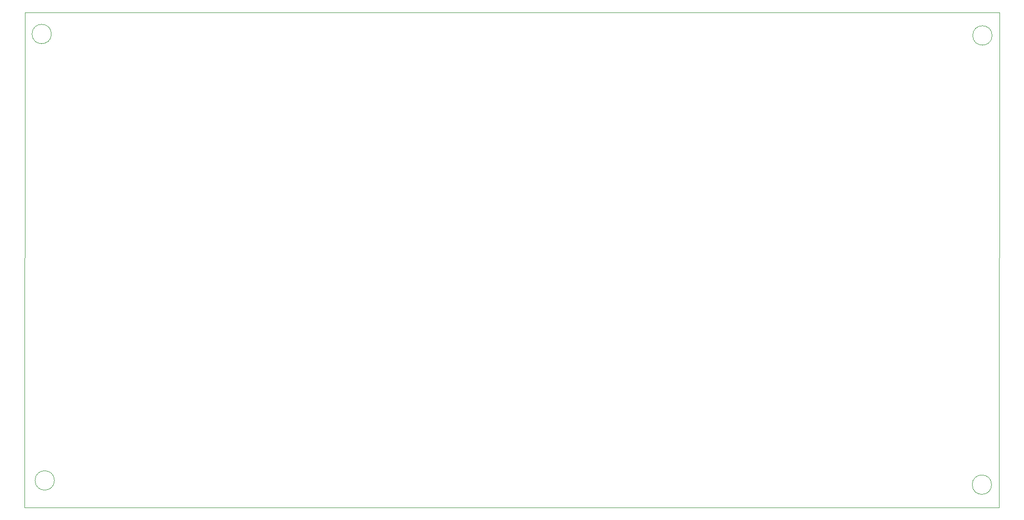
<source format=gbr>
%TF.GenerationSoftware,KiCad,Pcbnew,(7.0.0)*%
%TF.CreationDate,2023-06-30T12:19:52+08:00*%
%TF.ProjectId,SparqControlv3,53706172-7143-46f6-9e74-726f6c76332e,rev?*%
%TF.SameCoordinates,Original*%
%TF.FileFunction,Profile,NP*%
%FSLAX46Y46*%
G04 Gerber Fmt 4.6, Leading zero omitted, Abs format (unit mm)*
G04 Created by KiCad (PCBNEW (7.0.0)) date 2023-06-30 12:19:52*
%MOMM*%
%LPD*%
G01*
G04 APERTURE LIST*
%TA.AperFunction,Profile*%
%ADD10C,0.100000*%
%TD*%
%TA.AperFunction,Profile*%
%ADD11C,0.050000*%
%TD*%
G04 APERTURE END LIST*
D10*
X233129428Y-65289200D02*
G75*
G03*
X233129428Y-65289200I-1707628J0D01*
G01*
X233040428Y-144575000D02*
G75*
G03*
X233040428Y-144575000I-1707628J0D01*
G01*
D11*
X62566400Y-148600000D02*
X62617200Y-61200000D01*
X62617200Y-61200000D02*
X234435800Y-61200000D01*
X234435800Y-61200000D02*
X234385000Y-148600000D01*
X234385000Y-148600000D02*
X62566400Y-148600000D01*
D10*
X67833228Y-143826400D02*
G75*
G03*
X67833228Y-143826400I-1707628J0D01*
G01*
X67299828Y-65035600D02*
G75*
G03*
X67299828Y-65035600I-1707628J0D01*
G01*
M02*

</source>
